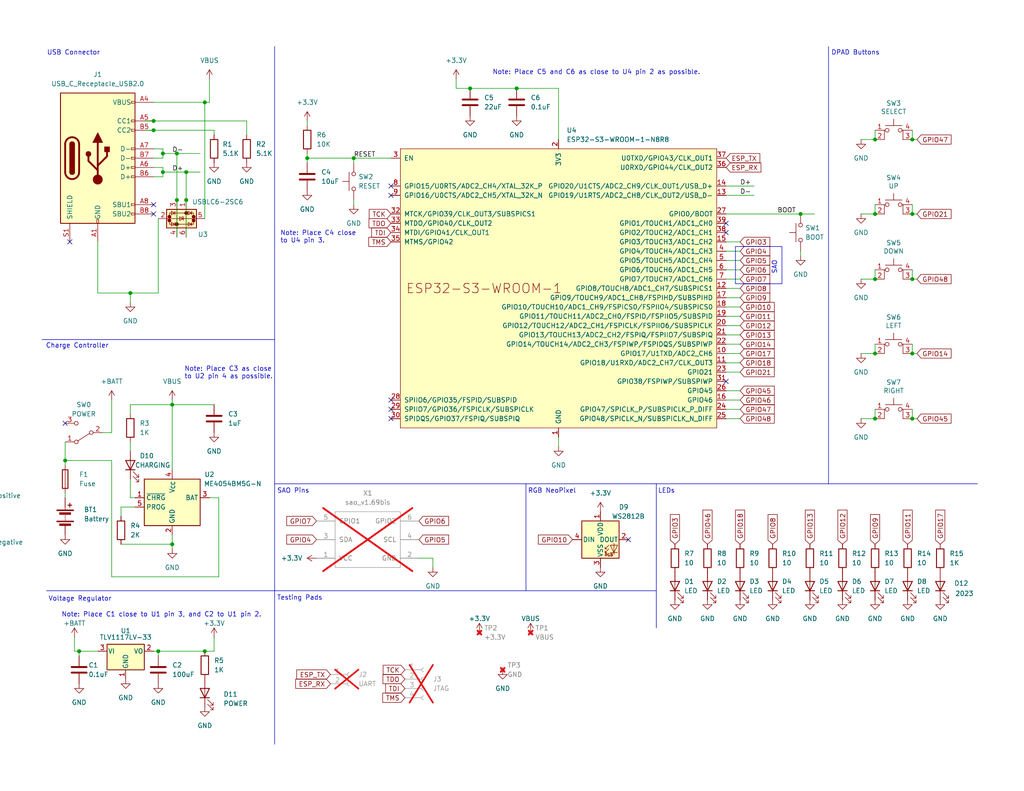
<source format=kicad_sch>
(kicad_sch (version 20231120) (generator "eeschema") (generator_version "8.0")
  (paper "USLetter")
  (title_block (title "OzSec 2024: Adventure Badge") (date "2024-05-02") (rev "1.1") (company "OzSecurity Foundation"))
  (junction (at 46.99 148.59))
  (junction (at 248.92 114.3))
  (junction (at 238.76 58.42))
  (junction (at 55.88 177.8))
  (junction (at 41.91 33.02))
  (junction (at 128.27 24.13))
  (junction (at 238.76 96.52))
  (junction (at 21.59 177.8))
  (junction (at 248.92 58.42))
  (junction (at 83.82 43.18))
  (junction (at 96.52 43.18))
  (junction (at 48.26 54.61))
  (junction (at 55.88 27.94))
  (junction (at 46.99 110.49))
  (junction (at 140.97 24.13))
  (junction (at 238.76 38.1))
  (junction (at 50.8 46.99))
  (junction (at 44.45 46.99))
  (junction (at 41.91 35.56))
  (junction (at 35.56 80.01))
  (junction (at 17.78 125.73))
  (junction (at 44.45 41.91))
  (junction (at 238.76 76.2))
  (junction (at 248.92 38.1))
  (junction (at 218.44 58.42))
  (junction (at 248.92 96.52))
  (junction (at 248.92 76.2))
  (junction (at 48.26 41.91))
  (junction (at 43.18 177.8))
  (junction (at 238.76 114.3))
  (junction (at 50.8 54.61))
  (no_connect (at 106.68 109.22))
  (no_connect (at 106.68 111.76))
  (no_connect (at 106.68 50.8))
  (no_connect (at 106.68 114.3))
  (no_connect (at 198.12 104.14))
  (no_connect (at 198.12 63.5))
  (no_connect (at 41.91 55.88))
  (no_connect (at 171.45 147.32))
  (no_connect (at 106.68 53.34))
  (no_connect (at 17.78 115.57))
  (no_connect (at 19.05 66.04))
  (no_connect (at 198.12 60.96))
  (no_connect (at 41.91 58.42))
  (wire (pts (xy 96.52 54.61) (xy 96.52 55.88)))
  (wire (pts (xy 35.56 80.01) (xy 26.67 80.01)))
  (polyline (pts (xy 11.43 92.71) (xy 74.93 92.71)))
  (wire (pts (xy 198.12 73.66) (xy 201.93 73.66)))
  (wire (pts (xy 238.76 55.88) (xy 238.76 58.42)))
  (wire (pts (xy 198.12 58.42) (xy 218.44 58.42)))
  (wire (pts (xy 83.82 41.91) (xy 83.82 43.18)))
  (wire (pts (xy 201.93 101.6) (xy 198.12 101.6)))
  (wire (pts (xy 35.56 135.89) (xy 36.83 135.89)))
  (wire (pts (xy 43.18 177.8) (xy 43.18 179.07)))
  (wire (pts (xy 43.18 177.8) (xy 55.88 177.8)))
  (wire (pts (xy 39.37 35.56) (xy 41.91 35.56)))
  (wire (pts (xy 35.56 80.01) (xy 43.18 80.01)))
  (polyline (pts (xy 74.93 132.08) (xy 177.8 132.08)))
  (wire (pts (xy 128.27 24.13) (xy 124.46 24.13)))
  (wire (pts (xy 33.02 138.43) (xy 33.02 140.97)))
  (wire (pts (xy 41.91 45.72) (xy 44.45 45.72)))
  (wire (pts (xy 198.12 71.12) (xy 201.93 71.12)))
  (wire (pts (xy 21.59 177.8) (xy 26.67 177.8)))
  (wire (pts (xy 198.12 114.3) (xy 201.93 114.3)))
  (polyline (pts (xy 74.93 12.7) (xy 74.93 92.71)))
  (wire (pts (xy 44.45 45.72) (xy 44.45 46.99)))
  (wire (pts (xy 198.12 86.36) (xy 201.93 86.36)))
  (wire (pts (xy 59.69 135.89) (xy 59.69 157.48)))
  (wire (pts (xy 55.88 177.8) (xy 58.42 177.8)))
  (wire (pts (xy 198.12 88.9) (xy 201.93 88.9)))
  (wire (pts (xy 198.12 76.2) (xy 201.93 76.2)))
  (wire (pts (xy 248.92 76.2) (xy 250.19 76.2)))
  (wire (pts (xy 198.12 78.74) (xy 201.93 78.74)))
  (wire (pts (xy 20.32 173.99) (xy 20.32 177.8)))
  (wire (pts (xy 118.11 152.4) (xy 118.11 154.94)))
  (wire (pts (xy 46.99 110.49) (xy 35.56 110.49)))
  (wire (pts (xy 33.02 148.59) (xy 46.99 148.59)))
  (wire (pts (xy 17.78 125.73) (xy 17.78 127)))
  (wire (pts (xy 35.56 110.49) (xy 35.56 113.03)))
  (wire (pts (xy 238.76 73.66) (xy 238.76 76.2)))
  (wire (pts (xy 48.26 41.91) (xy 54.61 41.91)))
  (wire (pts (xy 67.31 33.02) (xy 67.31 36.83)))
  (polyline (pts (xy 74.93 161.29) (xy 179.07 161.29)))
  (wire (pts (xy 46.99 110.49) (xy 58.42 110.49)))
  (polyline (pts (xy 143.51 132.08) (xy 143.51 161.29)))
  (wire (pts (xy 234.95 38.1) (xy 238.76 38.1)))
  (polyline (pts (xy 266.7 132.08) (xy 226.06 132.08)))
  (wire (pts (xy 21.59 177.8) (xy 20.32 177.8)))
  (wire (pts (xy 198.12 109.22) (xy 201.93 109.22)))
  (wire (pts (xy 248.92 93.98) (xy 248.92 96.52)))
  (polyline (pts (xy 179.07 132.08) (xy 179.07 161.29)))
  (wire (pts (xy 21.59 177.8) (xy 21.59 179.07)))
  (wire (pts (xy 48.26 54.61) (xy 48.26 64.77)))
  (wire (pts (xy 17.78 134.62) (xy 17.78 135.89)))
  (wire (pts (xy 114.3 152.4) (xy 118.11 152.4)))
  (wire (pts (xy 234.95 58.42) (xy 238.76 58.42)))
  (wire (pts (xy 198.12 53.34) (xy 205.74 53.34)))
  (polyline (pts (xy 74.93 92.71) (xy 74.93 161.29)))
  (wire (pts (xy 35.56 120.65) (xy 35.56 123.19)))
  (wire (pts (xy 198.12 81.28) (xy 201.93 81.28)))
  (wire (pts (xy 198.12 66.04) (xy 201.93 66.04)))
  (wire (pts (xy 39.37 33.02) (xy 41.91 33.02)))
  (wire (pts (xy 30.48 125.73) (xy 17.78 125.73)))
  (wire (pts (xy 50.8 54.61) (xy 50.8 64.77)))
  (wire (pts (xy 238.76 111.76) (xy 238.76 114.3)))
  (wire (pts (xy 26.67 80.01) (xy 26.67 66.04)))
  (wire (pts (xy 152.4 121.92) (xy 152.4 119.38)))
  (wire (pts (xy 55.88 27.94) (xy 57.15 27.94)))
  (wire (pts (xy 201.93 96.52) (xy 198.12 96.52)))
  (wire (pts (xy 44.45 43.18) (xy 41.91 43.18)))
  (wire (pts (xy 198.12 68.58) (xy 201.93 68.58)))
  (wire (pts (xy 17.78 120.65) (xy 17.78 125.73)))
  (wire (pts (xy 58.42 35.56) (xy 58.42 36.83)))
  (wire (pts (xy 44.45 41.91) (xy 48.26 41.91)))
  (wire (pts (xy 140.97 24.13) (xy 152.4 24.13)))
  (wire (pts (xy 238.76 93.98) (xy 238.76 96.52)))
  (wire (pts (xy 238.76 35.56) (xy 238.76 38.1)))
  (wire (pts (xy 250.19 38.1) (xy 248.92 38.1)))
  (wire (pts (xy 248.92 58.42) (xy 250.19 58.42)))
  (wire (pts (xy 41.91 40.64) (xy 44.45 40.64)))
  (wire (pts (xy 27.94 118.11) (xy 30.48 118.11)))
  (wire (pts (xy 48.26 41.91) (xy 48.26 54.61)))
  (wire (pts (xy 198.12 106.68) (xy 201.93 106.68)))
  (wire (pts (xy 41.91 33.02) (xy 67.31 33.02)))
  (polyline (pts (xy 226.06 12.7) (xy 226.06 132.08)))
  (wire (pts (xy 234.95 76.2) (xy 238.76 76.2)))
  (wire (pts (xy 201.93 91.44) (xy 198.12 91.44)))
  (wire (pts (xy 248.92 114.3) (xy 250.19 114.3)))
  (wire (pts (xy 96.52 43.18) (xy 106.68 43.18)))
  (wire (pts (xy 30.48 109.22) (xy 30.48 118.11)))
  (wire (pts (xy 83.82 43.18) (xy 83.82 44.45)))
  (wire (pts (xy 250.19 96.52) (xy 248.92 96.52)))
  (wire (pts (xy 44.45 40.64) (xy 44.45 41.91)))
  (wire (pts (xy 128.27 24.13) (xy 140.97 24.13)))
  (wire (pts (xy 218.44 58.42) (xy 222.25 58.42)))
  (wire (pts (xy 41.91 35.56) (xy 58.42 35.56)))
  (wire (pts (xy 248.92 111.76) (xy 248.92 114.3)))
  (wire (pts (xy 198.12 50.8) (xy 205.74 50.8)))
  (wire (pts (xy 83.82 34.29) (xy 83.82 33.02)))
  (wire (pts (xy 152.4 38.1) (xy 152.4 24.13)))
  (wire (pts (xy 96.52 43.18) (xy 96.52 44.45)))
  (wire (pts (xy 198.12 99.06) (xy 201.93 99.06)))
  (wire (pts (xy 44.45 41.91) (xy 44.45 43.18)))
  (wire (pts (xy 198.12 111.76) (xy 201.93 111.76)))
  (wire (pts (xy 50.8 46.99) (xy 54.61 46.99)))
  (wire (pts (xy 41.91 177.8) (xy 43.18 177.8)))
  (polyline (pts (xy 179.07 161.29) (xy 179.07 171.45)))
  (wire (pts (xy 50.8 46.99) (xy 50.8 54.61)))
  (wire (pts (xy 218.44 68.58) (xy 218.44 69.85)))
  (wire (pts (xy 41.91 48.26) (xy 44.45 48.26)))
  (wire (pts (xy 46.99 109.22) (xy 46.99 110.49)))
  (wire (pts (xy 36.83 138.43) (xy 33.02 138.43)))
  (wire (pts (xy 234.95 114.3) (xy 238.76 114.3)))
  (polyline (pts (xy 12.7 161.29) (xy 74.93 161.29)))
  (wire (pts (xy 124.46 21.59) (xy 124.46 24.13)))
  (wire (pts (xy 201.93 93.98) (xy 198.12 93.98)))
  (wire (pts (xy 234.95 96.52) (xy 238.76 96.52)))
  (wire (pts (xy 59.69 157.48) (xy 30.48 157.48)))
  (wire (pts (xy 46.99 110.49) (xy 46.99 128.27)))
  (wire (pts (xy 57.15 21.59) (xy 57.15 27.94)))
  (wire (pts (xy 43.18 59.69) (xy 43.18 80.01)))
  (wire (pts (xy 46.99 149.86) (xy 46.99 148.59)))
  (wire (pts (xy 248.92 55.88) (xy 248.92 58.42)))
  (polyline (pts (xy 74.93 161.29) (xy 74.93 203.2)))
  (wire (pts (xy 248.92 73.66) (xy 248.92 76.2)))
  (polyline (pts (xy 177.8 132.08) (xy 179.07 132.08)))
  (wire (pts (xy 83.82 43.18) (xy 96.52 43.18)))
  (wire (pts (xy 44.45 46.99) (xy 50.8 46.99)))
  (wire (pts (xy 198.12 83.82) (xy 201.93 83.82)))
  (wire (pts (xy 35.56 130.81) (xy 35.56 135.89)))
  (wire (pts (xy 57.15 135.89) (xy 59.69 135.89)))
  (wire (pts (xy 55.88 27.94) (xy 55.88 59.69)))
  (wire (pts (xy 248.92 35.56) (xy 248.92 38.1)))
  (wire (pts (xy 44.45 46.99) (xy 44.45 48.26)))
  (wire (pts (xy 35.56 82.55) (xy 35.56 80.01)))
  (polyline (pts (xy 226.06 132.08) (xy 179.07 132.08)))
  (wire (pts (xy 41.91 27.94) (xy 55.88 27.94)))
  (wire (pts (xy 30.48 157.48) (xy 30.48 125.73)))
  (wire (pts (xy 58.42 173.99) (xy 58.42 177.8)))
  (wire (pts (xy 46.99 148.59) (xy 46.99 146.05)))
  (rectangle (start 200.66 67.31) (end 213.36 77.47))
  (text "Testing Pads" (at 81.788 163.322 0) (effects (font (size 1.27 1.27))))
  (text "USB Connector" (at 20.066 14.478 0) (effects (font (size 1.27 1.27))))
  (text "Note: Place C5 and C6 as close to U4 pin 2 as possible." (at 134.366 19.812 0) (effects (font (size 1.27 1.27)) (justify left)))
  (text "DPAD Buttons" (at 233.426 14.478 0) (effects (font (size 1.27 1.27))))
  (text "Voltage Regulator" (at 21.844 163.576 0) (effects (font (size 1.27 1.27))))
  (text "SAO" (at 212.09 74.93 90) (effects (font (size 1.27 1.27)) (justify left bottom)))
  (text "Note: Place C3 as close\nto U2 pin 4 as possible." (at 50.292 101.854 0) (effects (font (size 1.27 1.27)) (justify left)))
  (text "Note: Place C4 close\nto U4 pin 3." (at 76.454 64.77 0) (effects (font (size 1.27 1.27)) (justify left)))
  (text "RGB NeoPixel" (at 150.622 134.112 0) (effects (font (size 1.27 1.27))))
  (text "SAO Pins" (at 80.01 134.112 0) (effects (font (size 1.27 1.27))))
  (text "Charge Controller" (at 21.082 94.488 0) (effects (font (size 1.27 1.27))))
  (text "Note: Place C1 close to U1 pin 3, and C2 to U1 pin 2." (at 16.764 167.894 0) (effects (font (size 1.27 1.27)) (justify left)))
  (text "LEDs" (at 181.864 134.112 0) (effects (font (size 1.27 1.27))))
  (label "D+" (at 46.99 46.99 0))
  (label "D-" (at 46.99 41.91 0))
  (label "BOOT" (at 212.09 58.42 0))
  (label "D-" (at 201.93 53.34 0))
  (label "D+" (at 201.93 50.8 0))
  (label "RESET" (at 96.52 43.18 0))
  (global_label "TDI" (shape input) (at 110.49 187.96 180) (property "Intersheetrefs" "${INTERSHEET_REFS}" (effects (hide yes))))
  (global_label "GPIO11" (shape input) (at 247.65 148.59 90) (property "Intersheetrefs" "${INTERSHEET_REFS}" (effects (hide yes))))
  (global_label "TCK" (shape input) (at 106.68 58.42 180) (property "Intersheetrefs" "${INTERSHEET_REFS}" (effects (hide yes))))
  (global_label "GPIO9" (shape input) (at 238.76 148.59 90) (property "Intersheetrefs" "${INTERSHEET_REFS}" (effects (hide yes))))
  (global_label "TDO" (shape input) (at 110.49 185.42 180) (property "Intersheetrefs" "${INTERSHEET_REFS}" (effects (hide yes))))
  (global_label "GPIO46" (shape input) (at 193.04 148.59 90) (property "Intersheetrefs" "${INTERSHEET_REFS}" (effects (hide yes))))
  (global_label "GPIO14" (shape input) (at 250.19 96.52 0) (property "Intersheetrefs" "${INTERSHEET_REFS}" (effects (hide yes))))
  (global_label "TMS" (shape input) (at 106.68 66.04 180) (property "Intersheetrefs" "${INTERSHEET_REFS}" (effects (hide yes))))
  (global_label "GPIO6" (shape input) (at 201.93 73.66 0) (property "Intersheetrefs" "${INTERSHEET_REFS}" (effects (hide yes))))
  (global_label "GPIO3" (shape input) (at 184.15 148.59 90) (property "Intersheetrefs" "${INTERSHEET_REFS}" (effects (hide yes))))
  (global_label "GPIO45" (shape input) (at 250.19 114.3 0) (property "Intersheetrefs" "${INTERSHEET_REFS}" (effects (hide yes))))
  (global_label "GPIO3" (shape input) (at 201.93 66.04 0) (property "Intersheetrefs" "${INTERSHEET_REFS}" (effects (hide yes))))
  (global_label "GPIO12" (shape input) (at 201.93 88.9 0) (property "Intersheetrefs" "${INTERSHEET_REFS}" (effects (hide yes))))
  (global_label "GPIO12" (shape input) (at 229.87 148.59 90) (property "Intersheetrefs" "${INTERSHEET_REFS}" (effects (hide yes))))
  (global_label "ESP_RX" (shape input) (at 90.17 186.69 180) (property "Intersheetrefs" "${INTERSHEET_REFS}" (effects (hide yes))))
  (global_label "GPIO10" (shape input) (at 201.93 83.82 0) (property "Intersheetrefs" "${INTERSHEET_REFS}" (effects (hide yes))))
  (global_label "ESP_TX" (shape input) (at 90.17 184.15 180) (property "Intersheetrefs" "${INTERSHEET_REFS}" (effects (hide yes))))
  (global_label "GPIO48" (shape input) (at 201.93 114.3 0) (property "Intersheetrefs" "${INTERSHEET_REFS}" (effects (hide yes))))
  (global_label "TCK" (shape input) (at 110.49 182.88 180) (property "Intersheetrefs" "${INTERSHEET_REFS}" (effects (hide yes))))
  (global_label "GPIO13" (shape input) (at 220.98 148.59 90) (property "Intersheetrefs" "${INTERSHEET_REFS}" (effects (hide yes))))
  (global_label "GPIO5" (shape input) (at 201.93 71.12 0) (property "Intersheetrefs" "${INTERSHEET_REFS}" (effects (hide yes))))
  (global_label "GPIO4" (shape input) (at 201.93 68.58 0) (property "Intersheetrefs" "${INTERSHEET_REFS}" (effects (hide yes))))
  (global_label "GPIO17" (shape input) (at 201.93 96.52 0) (property "Intersheetrefs" "${INTERSHEET_REFS}" (effects (hide yes))))
  (global_label "GPIO47" (shape input) (at 250.19 38.1 0) (property "Intersheetrefs" "${INTERSHEET_REFS}" (effects (hide yes))))
  (global_label "TDO" (shape input) (at 106.68 60.96 180) (property "Intersheetrefs" "${INTERSHEET_REFS}" (effects (hide yes))))
  (global_label "TDI" (shape input) (at 106.68 63.5 180) (property "Intersheetrefs" "${INTERSHEET_REFS}" (effects (hide yes))))
  (global_label "GPIO46" (shape input) (at 201.93 109.22 0) (property "Intersheetrefs" "${INTERSHEET_REFS}" (effects (hide yes))))
  (global_label "GPIO4" (shape input) (at 86.36 147.32 180) (property "Intersheetrefs" "${INTERSHEET_REFS}" (effects (hide yes))))
  (global_label "GPIO45" (shape input) (at 201.93 106.68 0) (property "Intersheetrefs" "${INTERSHEET_REFS}" (effects (hide yes))))
  (global_label "GPIO21" (shape input) (at 201.93 101.6 0) (property "Intersheetrefs" "${INTERSHEET_REFS}" (effects (hide yes))))
  (global_label "GPIO47" (shape input) (at 201.93 111.76 0) (property "Intersheetrefs" "${INTERSHEET_REFS}" (effects (hide yes))))
  (global_label "GPIO17" (shape input) (at 256.54 148.59 90) (property "Intersheetrefs" "${INTERSHEET_REFS}" (effects (hide yes))))
  (global_label "GPIO7" (shape input) (at 201.93 76.2 0) (property "Intersheetrefs" "${INTERSHEET_REFS}" (effects (hide yes))))
  (global_label "GPIO18" (shape input) (at 201.93 148.59 90) (property "Intersheetrefs" "${INTERSHEET_REFS}" (effects (hide yes))))
  (global_label "GPIO10" (shape input) (at 156.21 147.32 180) (property "Intersheetrefs" "${INTERSHEET_REFS}" (effects (hide yes))))
  (global_label "GPIO18" (shape input) (at 201.93 99.06 0) (property "Intersheetrefs" "${INTERSHEET_REFS}" (effects (hide yes))))
  (global_label "GPIO8" (shape input) (at 210.82 148.59 90) (property "Intersheetrefs" "${INTERSHEET_REFS}" (effects (hide yes))))
  (global_label "GPIO14" (shape input) (at 201.93 93.98 0) (property "Intersheetrefs" "${INTERSHEET_REFS}" (effects (hide yes))))
  (global_label "GPIO13" (shape input) (at 201.93 91.44 0) (property "Intersheetrefs" "${INTERSHEET_REFS}" (effects (hide yes))))
  (global_label "GPIO6" (shape input) (at 114.3 142.24 0) (property "Intersheetrefs" "${INTERSHEET_REFS}" (effects (hide yes))))
  (global_label "GPIO7" (shape input) (at 86.36 142.24 180) (property "Intersheetrefs" "${INTERSHEET_REFS}" (effects (hide yes))))
  (global_label "GPIO11" (shape input) (at 201.93 86.36 0) (property "Intersheetrefs" "${INTERSHEET_REFS}" (effects (hide yes))))
  (global_label "TMS" (shape input) (at 110.49 190.5 180) (property "Intersheetrefs" "${INTERSHEET_REFS}" (effects (hide yes))))
  (global_label "GPIO5" (shape input) (at 114.3 147.32 0) (property "Intersheetrefs" "${INTERSHEET_REFS}" (effects (hide yes))))
  (global_label "GPIO9" (shape input) (at 201.93 81.28 0) (property "Intersheetrefs" "${INTERSHEET_REFS}" (effects (hide yes))))
  (global_label "GPIO21" (shape input) (at 250.19 58.42 0) (property "Intersheetrefs" "${INTERSHEET_REFS}" (effects (hide yes))))
  (global_label "ESP_TX" (shape input) (at 198.12 43.18 0) (property "Intersheetrefs" "${INTERSHEET_REFS}" (effects (hide yes))))
  (global_label "ESP_RX" (shape input) (at 198.12 45.72 0) (property "Intersheetrefs" "${INTERSHEET_REFS}" (effects (hide yes))))
  (global_label "GPIO8" (shape input) (at 201.93 78.74 0) (property "Intersheetrefs" "${INTERSHEET_REFS}" (effects (hide yes))))
  (global_label "GPIO48" (shape input) (at 250.19 76.2 0) (property "Intersheetrefs" "${INTERSHEET_REFS}" (effects (hide yes))))
  (symbol (lib_name "GND_1") (lib_id "power:GND") (at 234.95 96.52 0) (unit 1)
    (property "Reference" "#PWR038" (effects (hide yes)))
    (property "Value" "GND" (at 234.95 101.6 0))
    (property "Description" "Power symbol creates a global label with name \"GND\" , ground" (effects (hide yes)))
  )
  (symbol (lib_name "GND_1") (lib_id "power:GND") (at 234.95 76.2 0) (unit 1)
    (property "Reference" "#PWR037" (effects (hide yes)))
    (property "Value" "GND" (at 234.95 81.28 0))
    (property "Description" "Power symbol creates a global label with name \"GND\" , ground" (effects (hide yes)))
  )
  (symbol (lib_id "Device:R") (at 33.02 144.78 0) (unit 1)
    (property "Reference" "R4" (at 35.56 143.51 0) (effects (justify left)))
    (property "Value" "2K" (at 35.56 146.05 0) (effects (justify left)))
    (property "Footprint" "Resistor_SMD:R_0805_2012Metric" (effects (hide yes)))
    (property "Datasheet" "https://wmsc.lcsc.com/wmsc/upload/file/pdf/v2/lcsc/2206010200_UNI-ROYAL-Uniroyal-Elec-0805W8F2001T5E_C17604.pdf" (effects (hide yes)))
    (property "Description" "Resistor SMD" (effects (hide yes)))
    (property "LCSC" "C17604" (effects (hide yes)))
    (property "Link" "https://jlcpcb.com/partdetail/18292-0805W8F2001T5E/C17604" (effects (hide yes)))
  )
  (symbol (lib_id "power:GND") (at 55.88 193.04 0) (unit 1)
    (property "Reference" "#PWR010" (effects (hide yes)))
    (property "Value" "GND" (at 55.88 198.12 0))
  )
  (symbol (lib_id "power:GND") (at 152.4 121.92 0) (unit 1)
    (property "Reference" "#PWR030" (effects (hide yes)))
    (property "Value" "GND" (at 152.4 127 0))
  )
  (symbol (lib_id "Device:LED") (at 184.15 160.02 90) (unit 1)
    (property "Reference" "D1" (at 186.69 158.75 90) (effects (justify right)))
    (property "Value" "LED" (at 186.69 161.29 90) (effects (justify right)))
    (property "Footprint" "LED_SMD:LED_0805_2012Metric_Pad1.15x1.40mm_HandSolder" (effects (hide yes)))
    (property "Datasheet" "https://wmsc.lcsc.com/wmsc/upload/file/pdf/v2/lcsc/2305091500_Hubei-KENTO-Elec-KT-0805W_C34499.pdf" (effects (hide yes)))
    (property "Description" "LED" (effects (hide yes)))
    (property "LCSC" "C34499" (effects (hide yes)))
    (property "Link" "https://jlcpcb.com/partdetail/Hubei_KentoElec-KT0805W/C34499" (effects (hide yes)))
  )
  (symbol (lib_id "PCM_Espressif:ESP32-S3-WROOM-1") (at 152.4 78.74 0) (unit 1)
    (property "Reference" "U4" (at 154.5941 35.56 0) (effects (justify left)))
    (property "Value" "ESP32-S3-WROOM-1-N8R8" (at 154.5941 38.1 0) (effects (justify left)))
    (property "Footprint" "PCM_Espressif:ESP32-S3-WROOM-1" (effects (hide yes)))
    (property "Datasheet" "https://wmsc.lcsc.com/wmsc/upload/file/pdf/v2/lcsc/2401301308_Espressif-Systems-ESP32-S3-WROOM-1-N8R8_C2913201.pdf" (effects (hide yes)))
    (property "Description" "ESP32-S3-WROOM-1" (effects (hide yes)))
    (property "LCSC" "C2913201" (effects (hide yes)))
    (property "Link" "https://jlcpcb.com/partdetail/3198299-ESP32_S3_WROOM_1N8R8/C2913201" (effects (hide yes)))
  )
  (symbol (lib_name "GND_1") (lib_id "power:GND") (at 234.95 38.1 0) (unit 1)
    (property "Reference" "#PWR035" (effects (hide yes)))
    (property "Value" "GND" (at 234.95 43.18 0))
    (property "Description" "Power symbol creates a global label with name \"GND\" , ground" (effects (hide yes)))
  )
  (symbol (lib_id "power:GND") (at 34.29 185.42 0) (unit 1)
    (property "Reference" "#PWR05" (effects (hide yes)))
    (property "Value" "GND" (at 34.29 190.5 0))
  )
  (symbol (lib_id "power:GND") (at 140.97 31.75 0) (unit 1)
    (property "Reference" "#PWR028" (effects (hide yes)))
    (property "Value" "GND" (at 140.97 36.83 0))
  )
  (symbol (lib_id "power:GND") (at 128.27 31.75 0) (unit 1)
    (property "Reference" "#PWR026" (effects (hide yes)))
    (property "Value" "GND" (at 128.27 36.83 0))
  )
  (symbol (lib_id "Device:C") (at 83.82 48.26 0) (unit 1)
    (property "Reference" "C4" (at 87.63 46.99 0) (effects (justify left)))
    (property "Value" "10uF" (at 87.63 49.53 0) (effects (justify left)))
    (property "Footprint" "Capacitor_SMD:C_0805_2012Metric" (effects (hide yes)))
    (property "Datasheet" "https://wmsc.lcsc.com/wmsc/upload/file/pdf/v2/lcsc/2304140030_Samsung-Electro-Mechanics-CL21A106KAYNNNE_C15850.pdf" (effects (hide yes)))
    (property "Description" "Capacitor SMD" (effects (hide yes)))
    (property "LCSC" "C15850" (effects (hide yes)))
    (property "Link" "https://jlcpcb.com/partdetail/16532-CL21A106KAYNNNE/C15850" (effects (hide yes)))
  )
  (symbol (lib_id "power:+3.3V") (at 124.46 21.59 0) (unit 1)
    (property "Reference" "#PWR024" (effects (hide yes)))
    (property "Value" "+3.3V" (at 124.46 16.51 0))
  )
  (symbol (lib_id "Device:R") (at 83.82 38.1 0) (unit 1)
    (property "Reference" "R6" (at 86.36 36.83 0) (effects (justify left)))
    (property "Value" "10K" (at 86.36 39.37 0) (effects (justify left)))
    (property "Footprint" "Resistor_SMD:R_0805_2012Metric" (effects (hide yes)))
    (property "Datasheet" "https://wmsc.lcsc.com/wmsc/upload/file/pdf/v2/lcsc/2206010216_UNI-ROYAL-Uniroyal-Elec-0805W8F1002T5E_C17414.pdf" (effects (hide yes)))
    (property "Description" "Resistor SMD" (effects (hide yes)))
    (property "LCSC" "C17414" (effects (hide yes)))
    (property "Link" "https://jlcpcb.com/partdetail/18102-0805W8F1002T5E/C17414" (effects (hide yes)))
  )
  (symbol (lib_id "power:GND") (at 193.04 163.83 0) (unit 1)
    (property "Reference" "#PWR019" (effects (hide yes)))
    (property "Value" "GND" (at 193.04 168.91 0))
  )
  (symbol (lib_id "power:GND") (at 163.83 154.94 0) (unit 1)
    (property "Reference" "#PWR032" (effects (hide yes)))
    (property "Value" "GND" (at 163.83 160.02 0))
  )
  (symbol (lib_id "Switch:SW_SPDT") (at 22.86 118.11 180) (unit 1)
    (property "Reference" "SW0" (at 22.86 110.49 0))
    (property "Value" "POWER" (at 22.86 113.03 0))
    (property "Footprint" "Button_Switch_SMD:SW_SPDT_PCM12" (effects (hide yes)))
    (property "Datasheet" "https://wmsc.lcsc.com/wmsc/upload/file/pdf/v2/lcsc/1912111437_SHOU-HAN-MSK12C02-HB_C431541.pdf" (effects (hide yes)))
    (property "Description" "Power switch" (effects (hide yes)))
    (property "LCSC" "C431541" (effects (hide yes)))
    (property "Link" "https://jlcpcb.com/partdetail/ShouHan-MSK12C02HB/C431541" (effects (hide yes)))
  )
  (symbol (lib_id "Battery_Management:LTC4054ES5-4.2") (at 46.99 135.89 0) (unit 1)
    (property "Reference" "U2" (at 57.15 129.54 0))
    (property "Value" "ME4054BM5G-N" (at 63.5 132.08 0))
    (property "Footprint" "Package_TO_SOT_SMD:TSOT-23-5" (effects (hide yes)))
    (property "Datasheet" "https://wmsc.lcsc.com/wmsc/upload/file/pdf/v2/lcsc/2401181411_MICRONE-Nanjing-Micro-One-Elec-ME4054BM5G-N_C478383.pdf" (effects (hide yes)))
    (property "Description" "Battery charge controller" (effects (hide yes)))
    (property "LCSC" "C478383" (effects (hide yes)))
    (property "Link" "https://jlcpcb.com/partdetail/485645-ME4054BM5GN/C478383" (effects (hide yes)))
  )
  (symbol (lib_id "power:GND") (at 210.82 163.83 0) (unit 1)
    (property "Reference" "#PWR022" (effects (hide yes)))
    (property "Value" "GND" (at 210.82 168.91 0))
  )
  (symbol (lib_id "Device:LED") (at 238.76 160.02 90) (unit 1)
    (property "Reference" "D7" (at 241.3 158.75 90) (effects (justify right)))
    (property "Value" "LED" (at 241.3 161.29 90) (effects (justify right)))
    (property "Footprint" "LED_SMD:LED_0805_2012Metric_Pad1.15x1.40mm_HandSolder" (effects (hide yes)))
    (property "Datasheet" "https://wmsc.lcsc.com/wmsc/upload/file/pdf/v2/lcsc/2305091500_Hubei-KENTO-Elec-KT-0805W_C34499.pdf" (effects (hide yes)))
    (property "Description" "LED" (effects (hide yes)))
    (property "LCSC" "C34499" (effects (hide yes)))
    (property "Link" "https://jlcpcb.com/partdetail/Hubei_KentoElec-KT0805W/C34499" (effects (hide yes)))
  )
  (symbol (lib_id "Switch:SW_Push") (at 218.44 63.5 90) (unit 1)
    (property "Reference" "SW1" (at 219.71 62.23 90) (effects (justify right)))
    (property "Value" "BOOT" (at 219.71 64.77 90) (effects (justify right)))
    (property "Footprint" "Button_Switch_SMD:SW_Push_1P1T_XKB_TS-1187A" (effects (hide yes)))
    (property "Datasheet" "https://wmsc.lcsc.com/wmsc/upload/file/pdf/v2/lcsc/2304140030_XKB-Connection-TS-1187A-B-A-B_C318884.pdf" (effects (hide yes)))
    (property "Description" "SMD Button" (effects (hide yes)))
    (property "LCSC" "C318884" (effects (hide yes)))
    (property "Link" "https://jlcpcb.com/partdetail/XkbConnection-TS_1187A_B_AB/C318884" (effects (hide yes)))
  )
  (symbol (lib_id "Connector:USB_C_Receptacle_USB2.0") (at 26.67 43.18 0) (unit 1)
    (property "Reference" "J1" (at 26.67 20.32 0))
    (property "Value" "USB_C_Receptacle_USB2.0" (at 26.67 22.86 0))
    (property "Footprint" "Connector_USB:USB_C_Receptacle_G-Switch_GT-USB-7010ASV" (effects (hide yes)))
    (property "Datasheet" "https://wmsc.lcsc.com/wmsc/upload/file/pdf/v2/lcsc/2303271630_G-Switch-GT-USB-7010ASV_C2988369.pdf" (effects (hide yes)))
    (property "Description" "USB Type-C connector" (effects (hide yes)))
    (property "LCSC" "C2988369" (effects (hide yes)))
    (property "Link" "https://jlcpcb.com/partdetail/gswitch-GT_USB7010ASV/C2988369" (effects (hide yes)))
  )
  (symbol (lib_id "Device:Battery") (at 17.78 140.97 0) (unit 1)
    (property "Reference" "BT1" (at 22.86 139.1285 0) (effects (justify left)))
    (property "Value" "Battery" (at 22.86 141.6685 0) (effects (justify left)))
    (property "Footprint" "ozsec-custom:MY-AA-04_Silkscreen_Only" (effects (hide yes)))
    (property "Datasheet" "https://wmsc.lcsc.com/wmsc/upload/file/pdf/v2/lcsc/2203021630_MYOUNG-MY-AA-04_C2979179.pdf" (effects (hide yes)))
    (property "Description" "SMD Battery clips for AA battery." (effects (hide yes)))
    (property "LCSC" "C2979179" (effects (hide yes)))
    (property "Link" "https://jlcpcb.com/partdetail/Myoung-MY_AA04/C2979179" (effects (hide yes)))
  )
  (symbol (lib_id "Connector:TestPoint_Small") (at 137.16 182.88 0) (unit 1) (dnp yes)
    (property "Reference" "TP3" (at 138.43 181.6099 0) (effects (justify left)))
    (property "Value" "GND" (at 138.43 184.1499 0) (effects (justify left)))
    (property "Footprint" "TestPoint:TestPoint_Pad_1.5x1.5mm" (effects (hide yes)))
    (property "Description" "test point" (effects (hide yes)))
  )
  (symbol (lib_id "Device:C") (at 58.42 114.3 0) (unit 1)
    (property "Reference" "C3" (at 62.23 113.03 0) (effects (justify left)))
    (property "Value" "1uF" (at 62.23 115.57 0) (effects (justify left)))
    (property "Footprint" "Capacitor_SMD:C_0402_1005Metric" (effects (hide yes)))
    (property "Datasheet" "https://wmsc.lcsc.com/wmsc/upload/file/pdf/v2/lcsc/2304140030_Samsung-Electro-Mechanics-CL05A105KA5NQNC_C52923.pdf" (effects (hide yes)))
    (property "Description" "Capacitor SMD" (effects (hide yes)))
    (property "LCSC" "C52923" (effects (hide yes)))
    (property "Link" "https://jlcpcb.com/partdetail/53938-CL05A105KA5NQNC/C52923" (effects (hide yes)))
  )
  (symbol (lib_id "power:GND") (at 83.82 52.07 0) (unit 1)
    (property "Reference" "#PWR018" (effects (hide yes)))
    (property "Value" "GND" (at 83.82 57.15 0))
  )
  (symbol (lib_id "LED:WS2812B") (at 163.83 147.32 0) (unit 1)
    (property "Reference" "D9" (at 170.18 138.43 0))
    (property "Value" "WS2812B" (at 171.45 140.97 0))
    (property "Footprint" "LED_SMD:LED_WS2812B_PLCC4_5.0x5.0mm_P3.2mm" (effects (hide yes)))
    (property "Datasheet" "https://wmsc.lcsc.com/wmsc/upload/file/pdf/v2/lcsc/2402181506_XINGLIGHT-XL-5050RGBC-WS2812B_C2843785.pdf" (effects (hide yes)))
    (property "Description" "NeoPixel RGB LED" (effects (hide yes)))
    (property "LCSC" "C2843785" (effects (hide yes)))
    (property "Link" "https://jlcpcb.com/partdetail/Xinglight-XL_5050RGBCWS2812B/C2843785" (effects (hide yes)))
  )
  (symbol (lib_id "Device:LED") (at 220.98 160.02 90) (unit 1)
    (property "Reference" "D5" (at 223.52 158.75 90) (effects (justify right)))
    (property "Value" "LED" (at 223.52 161.29 90) (effects (justify right)))
    (property "Footprint" "LED_SMD:LED_0805_2012Metric_Pad1.15x1.40mm_HandSolder" (effects (hide yes)))
    (property "Datasheet" "https://wmsc.lcsc.com/wmsc/upload/file/pdf/v2/lcsc/2305091500_Hubei-KENTO-Elec-KT-0805W_C34499.pdf" (effects (hide yes)))
    (property "Description" "LED" (effects (hide yes)))
    (property "LCSC" "C34499" (effects (hide yes)))
    (property "Link" "https://jlcpcb.com/partdetail/Hubei_KentoElec-KT0805W/C34499" (effects (hide yes)))
  )
  (symbol (lib_id "power:GND") (at 201.93 163.83 0) (unit 1)
    (property "Reference" "#PWR021" (effects (hide yes)))
    (property "Value" "GND" (at 201.93 168.91 0))
  )
  (symbol (lib_id "Device:LED") (at 55.88 189.23 90) (unit 1)
    (property "Reference" "D11" (at 60.96 189.5475 90) (effects (justify right)))
    (property "Value" "POWER" (at 60.96 192.0875 90) (effects (justify right)))
    (property "Footprint" "LED_SMD:LED_0805_2012Metric_Pad1.15x1.40mm_HandSolder" (effects (hide yes)))
    (property "Datasheet" "https://wmsc.lcsc.com/wmsc/upload/file/pdf/v2/lcsc/1806151820_Hubei-KENTO-Elec-KT-0805G_C2297.pdf" (effects (hide yes)))
    (property "Description" "LED Green" (effects (hide yes)))
    (property "LCSC" "C2297" (effects (hide yes)))
    (property "Link" "https://jlcpcb.com/partdetail/Hubei_KentoElec-KT0805G/C2297" (effects (hide yes)))
  )
  (symbol (lib_id "Device:Fuse") (at 17.78 130.81 0) (unit 1)
    (property "Reference" "F1" (at 21.59 129.54 0) (effects (justify left)))
    (property "Value" "Fuse" (at 21.59 132.08 0) (effects (justify left)))
    (property "Footprint" "Fuse:Fuse_1206_3216Metric" (effects (hide yes)))
    (property "Datasheet" "https://wmsc.lcsc.com/wmsc/upload/file/pdf/v2/lcsc/1810101859_TLC-Electronic-TLC-NSMD200_C261957.pdf" (effects (hide yes)))
    (property "Description" "Fuse" (effects (hide yes)))
    (property "LCSC" "C261957" (effects (hide yes)))
    (property "Link" "https://jlcpcb.com/partdetail/TlcElectronic-TLCNSMD200/C261957" (effects (hide yes)))
  )
  (symbol (lib_id "Switch:SW_MEC_5E") (at 243.84 76.2 0) (unit 1)
    (property "Reference" "SW5" (at 243.84 66.294 0))
    (property "Value" "DOWN" (at 243.84 68.58 0))
    (property "Footprint" "ozsec-custom:SW_SMD_TSC015XXXXXXX" (effects (hide yes)))
    (property "Datasheet" "https://wmsc.lcsc.com/wmsc/upload/file/pdf/v2/lcsc/2108261830_BZCN-TSC015A03526A_C2888900.pdf" (effects (hide yes)))
    (property "Description" "SMD Button" (effects (hide yes)))
    (property "LCSC" "C2888900" (effects (hide yes)))
    (property "Link" "https://jlcpcb.com/partdetail/Bzcn-TSC015A03526A/C2888900" (effects (hide yes)))
  )
  (symbol (lib_id "Device:R") (at 238.76 152.4 0) (unit 1)
    (property "Reference" "R13" (at 241.3 151.1299 0) (effects (justify left)))
    (property "Value" "10" (at 241.3 153.6699 0) (effects (justify left)))
    (property "Footprint" "Resistor_SMD:R_0805_2012Metric" (effects (hide yes)))
    (property "Datasheet" "https://wmsc.lcsc.com/wmsc/upload/file/pdf/v2/lcsc/2206010216_UNI-ROYAL-Uniroyal-Elec-0805W8F100JT5E_C17415.pdf" (effects (hide yes)))
    (property "Description" "Resistor" (effects (hide yes)))
    (property "Link" "https://jlcpcb.com/partdetail/18103-0805W8F100JT5E/C17415" (effects (hide yes)))
    (property "LCSC" "C17415" (effects (hide yes)))
  )
  (symbol (lib_id "Device:R") (at 67.31 40.64 0) (unit 1)
    (property "Reference" "R2" (at 69.85 39.37 0) (effects (justify left)))
    (property "Value" "5.1K" (at 69.85 41.91 0) (effects (justify left)))
    (property "Footprint" "Resistor_SMD:R_0805_2012Metric" (effects (hide yes)))
    (property "Datasheet" "https://wmsc.lcsc.com/wmsc/upload/file/pdf/v2/lcsc/2206010030_UNI-ROYAL-Uniroyal-Elec-0805W8F5101T5E_C27834.pdf" (effects (hide yes)))
    (property "Description" "Resistor SMD" (effects (hide yes)))
    (property "LCSC" "C27834" (effects (hide yes)))
    (property "Link" "https://jlcpcb.com/partdetail/28584-0805W8F5101T5E/C27834" (effects (hide yes)))
  )
  (symbol (lib_id "power:GND") (at 256.54 163.83 0) (unit 1)
    (property "Reference" "#PWR041" (effects (hide yes)))
    (property "Value" "GND" (at 256.54 168.91 0))
  )
  (symbol (lib_id "Device:C") (at 43.18 182.88 0) (unit 1)
    (property "Reference" "C2" (at 46.99 181.61 0) (effects (justify left)))
    (property "Value" "100uF" (at 46.99 184.15 0) (effects (justify left)))
    (property "Footprint" "Capacitor_SMD:C_1206_3216Metric" (effects (hide yes)))
    (property "Datasheet" "https://wmsc.lcsc.com/wmsc/upload/file/pdf/v2/lcsc/2304140030_Samsung-Electro-Mechanics-CL31A107MQHNNNE_C15008.pdf" (effects (hide yes)))
    (property "Description" "Capacitor SMD" (effects (hide yes)))
    (property "LCSC" "C15008" (effects (hide yes)))
    (property "Link" "https://jlcpcb.com/partdetail/15681-CL31A107MQHNNNE/C15008" (effects (hide yes)))
  )
  (symbol (lib_id "Device:R") (at 35.56 116.84 0) (unit 1)
    (property "Reference" "R3" (at 38.1 115.5699 0) (effects (justify left)))
    (property "Value" "1K" (at 38.1 118.1099 0) (effects (justify left)))
    (property "Footprint" "Resistor_SMD:R_0805_2012Metric_Pad1.20x1.40mm_HandSolder" (effects (hide yes)))
    (property "Datasheet" "https://wmsc.lcsc.com/wmsc/upload/file/pdf/v2/lcsc/2205311800_UNI-ROYAL-Uniroyal-Elec-0805W8F1001T5E_C17513.pdf" (effects (hide yes)))
    (property "Description" "Resistor" (effects (hide yes)))
    (property "Link" "https://jlcpcb.com/partdetail/18201-0805W8F1001T5E/C17513" (effects (hide yes)))
    (property "LCSC" "C17513" (effects (hide yes)))
  )
  (symbol (lib_id "Device:C") (at 140.97 27.94 0) (unit 1)
    (property "Reference" "C6" (at 144.78 26.67 0) (effects (justify left)))
    (property "Value" "0.1uF" (at 144.78 29.21 0) (effects (justify left)))
    (property "Footprint" "Capacitor_SMD:C_0402_1005Metric" (effects (hide yes)))
    (property "Datasheet" "https://wmsc.lcsc.com/wmsc/upload/file/pdf/v2/lcsc/2304140030_Samsung-Electro-Mechanics-CL05B104KO5NNNC_C1525.pdf" (effects (hide yes)))
    (property "Description" "Capacitor SMD" (effects (hide yes)))
    (property "LCSC" "C1525" (effects (hide yes)))
    (property "Link" "https://jlcpcb.com/partdetail/1877-CL05B104KO5NNNC/C1525" (effects (hide yes)))
  )
  (symbol (lib_id "power:GND") (at 184.15 163.83 0) (unit 1)
    (property "Reference" "#PWR016" (effects (hide yes)))
    (property "Value" "GND" (at 184.15 168.91 0))
  )
  (symbol (lib_id "Device:R") (at 193.04 152.4 0) (unit 1)
    (property "Reference" "R8" (at 195.58 151.1299 0) (effects (justify left)))
    (property "Value" "10" (at 195.58 153.6699 0) (effects (justify left)))
    (property "Footprint" "Resistor_SMD:R_0805_2012Metric" (effects (hide yes)))
    (property "Datasheet" "https://wmsc.lcsc.com/wmsc/upload/file/pdf/v2/lcsc/2206010216_UNI-ROYAL-Uniroyal-Elec-0805W8F100JT5E_C17415.pdf" (effects (hide yes)))
    (property "Description" "Resistor" (effects (hide yes)))
    (property "Link" "https://jlcpcb.com/partdetail/18103-0805W8F100JT5E/C17415" (effects (hide yes)))
    (property "LCSC" "C17415" (effects (hide yes)))
  )
  (symbol (lib_id "Power_Protection:USBLC6-2SC6") (at 50.8 59.69 270) (unit 1)
    (property "Reference" "U3" (at 55.372 64.008 90))
    (property "Value" "USBLC6-2SC6" (at 59.436 55.118 90))
    (property "Footprint" "Package_TO_SOT_SMD:SOT-23-6" (effects (hide yes)))
    (property "Datasheet" "https://wmsc.lcsc.com/wmsc/upload/file/pdf/v2/lcsc/2108132230_TECH-PUBLIC-USBLC6-2SC6_C2827654.pdf" (effects (hide yes)))
    (property "Description" "ESD protection for USB power and data." (effects (hide yes)))
    (property "LCSC" "C2827654" (effects (hide yes)))
    (property "Link" "https://jlcpcb.com/partdetail/TechPublic-USBLC62SC6/C2827654" (effects (hide yes)))
  )
  (symbol (lib_id "Switch:SW_MEC_5E") (at 243.84 96.52 0) (unit 1)
    (property "Reference" "SW6" (at 243.84 86.614 0))
    (property "Value" "LEFT" (at 243.84 88.9 0))
    (property "Footprint" "ozsec-custom:SW_SMD_TSC015XXXXXXX" (effects (hide yes)))
    (property "Datasheet" "https://wmsc.lcsc.com/wmsc/upload/file/pdf/v2/lcsc/2108261830_BZCN-TSC015A03526A_C2888900.pdf" (effects (hide yes)))
    (property "Description" "SMD Button" (effects (hide yes)))
    (property "LCSC" "C2888900" (effects (hide yes)))
    (property "Link" "https://jlcpcb.com/partdetail/Bzcn-TSC015A03526A/C2888900" (effects (hide yes)))
  )
  (symbol (lib_id "Connector:Conn_01x04_Socket") (at 115.57 185.42 0) (unit 1) (dnp yes)
    (property "Reference" "J3" (at 118.11 185.4199 0) (effects (justify left)))
    (property "Value" "JTAG" (at 118.11 187.9599 0) (effects (justify left)))
    (property "Footprint" "Connector_PinHeader_2.54mm:PinHeader_1x04_P2.54mm_Vertical" (effects (hide yes)))
    (property "Description" "Generic connector, single row, 01x04, script generated" (effects (hide yes)))
  )
  (symbol (lib_id "Device:Battery") (at -19.05 134.62 0) (unit 1)
    (property "Reference" "BT3" (at -13.97 132.7785 0) (effects (justify left)))
    (property "Value" "Battery clip positive" (at -13.97 135.3185 0) (effects (justify left)))
    (property "Footprint" "ozsec-custom:MY-AA-04_Positive" (effects (hide yes)))
    (property "Datasheet" "https://wmsc.lcsc.com/wmsc/upload/file/pdf/v2/lcsc/2203021630_MYOUNG-MY-AA-04_C2979179.pdf" (effects (hide yes)))
    (property "Description" "SMD Battery clips for AA battery." (effects (hide yes)))
    (property "LCSC" "C2979179" (effects (hide yes)))
    (property "Link" "https://jlcpcb.com/partdetail/Myoung-MY_AA04/C2979179" (effects (hide yes)))
  )
  (symbol (lib_id "Device:LED") (at 210.82 160.02 90) (unit 1)
    (property "Reference" "D4" (at 213.36 158.75 90) (effects (justify right)))
    (property "Value" "LED" (at 213.36 161.29 90) (effects (justify right)))
    (property "Footprint" "LED_SMD:LED_0805_2012Metric_Pad1.15x1.40mm_HandSolder" (effects (hide yes)))
    (property "Datasheet" "https://wmsc.lcsc.com/wmsc/upload/file/pdf/v2/lcsc/2305091500_Hubei-KENTO-Elec-KT-0805W_C34499.pdf" (effects (hide yes)))
    (property "Description" "LED" (effects (hide yes)))
    (property "LCSC" "C34499" (effects (hide yes)))
    (property "Link" "https://jlcpcb.com/partdetail/Hubei_KentoElec-KT0805W/C34499" (effects (hide yes)))
  )
  (symbol (lib_id "Connector:TestPoint_Small") (at 144.78 172.72 0) (unit 1) (dnp yes)
    (property "Reference" "TP1" (at 146.05 171.4499 0) (effects (justify left)))
    (property "Value" "VBUS" (at 146.05 173.9899 0) (effects (justify left)))
    (property "Footprint" "TestPoint:TestPoint_Pad_D1.5mm" (effects (hide yes)))
    (property "Description" "test point" (effects (hide yes)))
  )
  (symbol (lib_name "GND_1") (lib_id "power:GND") (at 234.95 114.3 0) (unit 1)
    (property "Reference" "#PWR039" (effects (hide yes)))
    (property "Value" "GND" (at 234.95 119.38 0))
    (property "Description" "Power symbol creates a global label with name \"GND\" , ground" (effects (hide yes)))
  )
  (symbol (lib_id "Connector:TestPoint_Small") (at 130.81 172.72 0) (unit 1) (dnp yes)
    (property "Reference" "TP2" (at 132.08 171.4499 0) (effects (justify left)))
    (property "Value" "+3.3V" (at 132.08 173.9899 0) (effects (justify left)))
    (property "Footprint" "TestPoint:TestPoint_Pad_D1.5mm" (effects (hide yes)))
    (property "Description" "test point" (effects (hide yes)))
  )
  (symbol (lib_id "Device:R") (at 210.82 152.4 0) (unit 1)
    (property "Reference" "R10" (at 213.36 151.1299 0) (effects (justify left)))
    (property "Value" "10" (at 213.36 153.6699 0) (effects (justify left)))
    (property "Footprint" "Resistor_SMD:R_0805_2012Metric" (effects (hide yes)))
    (property "Datasheet" "https://wmsc.lcsc.com/wmsc/upload/file/pdf/v2/lcsc/2206010216_UNI-ROYAL-Uniroyal-Elec-0805W8F100JT5E_C17415.pdf" (effects (hide yes)))
    (property "Description" "Resistor" (effects (hide yes)))
    (property "Link" "https://jlcpcb.com/partdetail/18103-0805W8F100JT5E/C17415" (effects (hide yes)))
    (property "LCSC" "C17415" (effects (hide yes)))
  )
  (symbol (lib_id "Device:LED") (at 201.93 160.02 90) (unit 1)
    (property "Reference" "D3" (at 204.47 158.75 90) (effects (justify right)))
    (property "Value" "LED" (at 204.47 161.29 90) (effects (justify right)))
    (property "Footprint" "LED_SMD:LED_0805_2012Metric_Pad1.15x1.40mm_HandSolder" (effects (hide yes)))
    (property "Datasheet" "https://wmsc.lcsc.com/wmsc/upload/file/pdf/v2/lcsc/2305091500_Hubei-KENTO-Elec-KT-0805W_C34499.pdf" (effects (hide yes)))
    (property "Description" "LED" (effects (hide yes)))
    (property "LCSC" "C34499" (effects (hide yes)))
    (property "Link" "https://jlcpcb.com/partdetail/Hubei_KentoElec-KT0805W/C34499" (effects (hide yes)))
  )
  (symbol (lib_id "Device:R") (at 58.42 40.64 180) (unit 1)
    (property "Reference" "R1" (at 60.706 39.37 0) (effects (justify right)))
    (property "Value" "5.1K" (at 60.706 41.91 0) (effects (justify right)))
    (property "Footprint" "Resistor_SMD:R_0805_2012Metric" (effects (hide yes)))
    (property "Datasheet" "https://wmsc.lcsc.com/wmsc/upload/file/pdf/v2/lcsc/2206010030_UNI-ROYAL-Uniroyal-Elec-0805W8F5101T5E_C27834.pdf" (effects (hide yes)))
    (property "Description" "Resistor SMD" (effects (hide yes)))
    (property "LCSC" "C27834" (effects (hide yes)))
    (property "Link" "https://jlcpcb.com/partdetail/28584-0805W8F5101T5E/C27834" (effects (hide yes)))
  )
  (symbol (lib_id "Device:R") (at 247.65 152.4 0) (unit 1)
    (property "Reference" "R14" (at 250.19 151.1299 0) (effects (justify left)))
    (property "Value" "10" (at 250.19 153.6699 0) (effects (justify left)))
    (property "Footprint" "Resistor_SMD:R_0805_2012Metric" (effects (hide yes)))
    (property "Datasheet" "https://wmsc.lcsc.com/wmsc/upload/file/pdf/v2/lcsc/2206010216_UNI-ROYAL-Uniroyal-Elec-0805W8F100JT5E_C17415.pdf" (effects (hide yes)))
    (property "Description" "Resistor" (effects (hide yes)))
    (property "Link" "https://jlcpcb.com/partdetail/18103-0805W8F100JT5E/C17415" (effects (hide yes)))
    (property "LCSC" "C17415" (effects (hide yes)))
  )
  (symbol (lib_id "power:GND") (at 218.44 69.85 0) (unit 1)
    (property "Reference" "#PWR033" (effects (hide yes)))
    (property "Value" "GND" (at 218.44 74.93 0))
  )
  (symbol (lib_id "Device:C") (at 128.27 27.94 0) (unit 1)
    (property "Reference" "C5" (at 132.08 26.67 0) (effects (justify left)))
    (property "Value" "22uF" (at 132.08 29.21 0) (effects (justify left)))
    (property "Footprint" "Capacitor_SMD:C_0805_2012Metric" (effects (hide yes)))
    (property "Datasheet" "https://wmsc.lcsc.com/wmsc/upload/file/pdf/v2/lcsc/2304140030_Samsung-Electro-Mechanics-CL21A226MAQNNNE_C45783.pdf" (effects (hide yes)))
    (property "Description" "Capacitor SMD" (effects (hide yes)))
    (property "LCSC" "C45783" (effects (hide yes)))
    (property "Link" "https://jlcpcb.com/partdetail/46786-CL21A226MAQNNNE/C45783" (effects (hide yes)))
  )
  (symbol (lib_id "power:GND") (at 67.31 44.45 0) (unit 1)
    (property "Reference" "#PWR015" (effects (hide yes)))
    (property "Value" "GND" (at 67.31 49.53 0))
  )
  (symbol (lib_id "power:GND") (at 238.76 163.83 0) (unit 1)
    (property "Reference" "#PWR027" (effects (hide yes)))
    (property "Value" "GND" (at 238.76 168.91 0))
  )
  (symbol (lib_id "power:+3.3V") (at 130.81 172.72 0) (unit 1)
    (property "Reference" "#PWR048" (effects (hide yes)))
    (property "Value" "+3.3V" (at 130.81 168.91 0))
  )
  (symbol (lib_id "Device:LED") (at 35.56 127 90) (unit 1)
    (property "Reference" "D10" (at 38.1 124.46 90) (effects (justify right)))
    (property "Value" "CHARGING" (at 36.83 127 90) (effects (justify right)))
    (property "Footprint" "LED_SMD:LED_0805_2012Metric_Pad1.15x1.40mm_HandSolder" (effects (hide yes)))
    (property "Datasheet" "https://wmsc.lcsc.com/wmsc/upload/file/pdf/v2/lcsc/1806151129_Hubei-KENTO-Elec-KT-0805Y_C2296.pdf" (effects (hide yes)))
    (property "Description" "LED Yellow" (effects (hide yes)))
    (property "LCSC" "C2296" (effects (hide yes)))
    (property "Link" "https://wmsc.lcsc.com/wmsc/upload/file/pdf/v2/lcsc/1806151129_Hubei-KENTO-Elec-KT-0805Y_C2296.pdf" (effects (hide yes)))
  )
  (symbol (lib_id "power:+BATT") (at 30.48 109.22 0) (unit 1)
    (property "Reference" "#PWR04" (effects (hide yes)))
    (property "Value" "+BATT" (at 30.48 104.14 0))
  )
  (symbol (lib_id "power:GND") (at 35.56 82.55 0) (unit 1)
    (property "Reference" "#PWR06" (effects (hide yes)))
    (property "Value" "GND" (at 35.56 87.63 0))
  )
  (symbol (lib_id "power:+3.3V") (at 163.83 139.7 0) (unit 1)
    (property "Reference" "#PWR031" (effects (hide yes)))
    (property "Value" "+3.3V" (at 163.83 134.62 0))
  )
  (symbol (lib_id "power:GND") (at 43.18 186.69 0) (unit 1)
    (property "Reference" "#PWR07" (effects (hide yes)))
    (property "Value" "GND" (at 43.18 191.77 0))
  )
  (symbol (lib_id "Device:R") (at 256.54 152.4 0) (unit 1)
    (property "Reference" "R15" (at 259.08 151.1299 0) (effects (justify left)))
    (property "Value" "1K" (at 259.08 153.6699 0) (effects (justify left)))
    (property "Footprint" "Resistor_SMD:R_0805_2012Metric_Pad1.20x1.40mm_HandSolder" (effects (hide yes)))
    (property "Datasheet" "https://wmsc.lcsc.com/wmsc/upload/file/pdf/v2/lcsc/2205311800_UNI-ROYAL-Uniroyal-Elec-0805W8F1001T5E_C17513.pdf" (effects (hide yes)))
    (property "Description" "Resistor" (effects (hide yes)))
    (property "Link" "https://jlcpcb.com/partdetail/18201-0805W8F1001T5E/C17513" (effects (hide yes)))
    (property "LCSC" "C17513" (effects (hide yes)))
  )
  (symbol (lib_id "Switch:SW_MEC_5E") (at 243.84 38.1 0) (unit 1)
    (property "Reference" "SW3" (at 243.84 28.194 0))
    (property "Value" "SELECT" (at 243.84 30.48 0))
    (property "Footprint" "ozsec-custom:SW_SMD_TSC015XXXXXXX" (effects (hide yes)))
    (property "Datasheet" "https://wmsc.lcsc.com/wmsc/upload/file/pdf/v2/lcsc/2108261830_BZCN-TSC015A03526A_C2888900.pdf" (effects (hide yes)))
    (property "Description" "Single Pole Single Throw (SPST) switch" (effects (hide yes)))
    (property "LCSC" "C2888900" (effects (hide yes)))
    (property "Link" "https://jlcpcb.com/partdetail/Bzcn-TSC015A03526A/C2888900" (effects (hide yes)))
  )
  (symbol (lib_name "VBUS_1") (lib_id "power:VBUS") (at 144.78 172.72 0) (unit 1)
    (property "Reference" "#PWR047" (effects (hide yes)))
    (property "Value" "VBUS" (at 144.78 168.91 0))
    (property "Description" "Power symbol creates a global label with name \"VBUS\"" (effects (hide yes)))
  )
  (symbol (lib_id "Device:R") (at 229.87 152.4 0) (unit 1)
    (property "Reference" "R12" (at 232.41 151.1299 0) (effects (justify left)))
    (property "Value" "10" (at 232.41 153.6699 0) (effects (justify left)))
    (property "Footprint" "Resistor_SMD:R_0805_2012Metric" (effects (hide yes)))
    (property "Datasheet" "https://wmsc.lcsc.com/wmsc/upload/file/pdf/v2/lcsc/2206010216_UNI-ROYAL-Uniroyal-Elec-0805W8F100JT5E_C17415.pdf" (effects (hide yes)))
    (property "Description" "Resistor" (effects (hide yes)))
    (property "Link" "https://jlcpcb.com/partdetail/18103-0805W8F100JT5E/C17415" (effects (hide yes)))
    (property "LCSC" "C17415" (effects (hide yes)))
  )
  (symbol (lib_name "GND_1") (lib_id "power:GND") (at 234.95 58.42 0) (unit 1)
    (property "Reference" "#PWR036" (effects (hide yes)))
    (property "Value" "GND" (at 234.95 63.5 0))
    (property "Description" "Power symbol creates a global label with name \"GND\" , ground" (effects (hide yes)))
  )
  (symbol (lib_id "power:GND") (at 229.87 163.83 0) (unit 1)
    (property "Reference" "#PWR025" (effects (hide yes)))
    (property "Value" "GND" (at 229.87 168.91 0))
  )
  (symbol (lib_id "Regulator_Linear:TLV1117-33") (at 34.29 177.8 0) (unit 1)
    (property "Reference" "U1" (at 34.29 172.212 0))
    (property "Value" "TLV1117LV-33" (at 34.29 173.99 0))
    (property "Footprint" "Package_TO_SOT_SMD:SOT-223" (effects (hide yes)))
    (property "Datasheet" "https://wmsc.lcsc.com/wmsc/upload/file/pdf/v2/lcsc/1809050431_Texas-Instruments-TLV1117LV33DCYR_C15578.pdf" (effects (hide yes)))
    (property "Description" "Voltage regulator" (effects (hide yes)))
    (property "LCSC" "C15578" (effects (hide yes)))
    (property "Link" "https://jlcpcb.com/partdetail/TexasInstruments-TLV1117LV33DCYR/C15578" (effects (hide yes)))
  )
  (symbol (lib_id "Switch:SW_MEC_5E") (at 243.84 58.42 0) (unit 1)
    (property "Reference" "SW4" (at 243.84 48.514 0))
    (property "Value" "UP" (at 243.84 50.8 0))
    (property "Footprint" "ozsec-custom:SW_SMD_TSC015XXXXXXX" (effects (hide yes)))
    (property "Datasheet" "https://wmsc.lcsc.com/wmsc/upload/file/pdf/v2/lcsc/2108261830_BZCN-TSC015A03526A_C2888900.pdf" (effects (hide yes)))
    (property "Description" "SMD Button" (effects (hide yes)))
    (property "LCSC" "C2888900" (effects (hide yes)))
    (property "Link" "https://jlcpcb.com/partdetail/Bzcn-TSC015A03526A/C2888900" (effects (hide yes)))
  )
  (symbol (lib_id "Device:R") (at 201.93 152.4 0) (unit 1)
    (property "Reference" "R9" (at 204.47 151.1299 0) (effects (justify left)))
    (property "Value" "10" (at 204.47 153.6699 0) (effects (justify left)))
    (property "Footprint" "Resistor_SMD:R_0805_2012Metric" (effects (hide yes)))
    (property "Datasheet" "https://wmsc.lcsc.com/wmsc/upload/file/pdf/v2/lcsc/2206010216_UNI-ROYAL-Uniroyal-Elec-0805W8F100JT5E_C17415.pdf" (effects (hide yes)))
    (property "Description" "Resistor" (effects (hide yes)))
    (property "Link" "https://jlcpcb.com/partdetail/18103-0805W8F100JT5E/C17415" (effects (hide yes)))
    (property "LCSC" "C17415" (effects (hide yes)))
  )
  (symbol (lib_id "Device:R") (at 184.15 152.4 0) (unit 1)
    (property "Reference" "R7" (at 186.69 151.1299 0) (effects (justify left)))
    (property "Value" "10" (at 186.69 153.6699 0) (effects (justify left)))
    (property "Footprint" "Resistor_SMD:R_0805_2012Metric" (effects (hide yes)))
    (property "Datasheet" "https://wmsc.lcsc.com/wmsc/upload/file/pdf/v2/lcsc/2206010216_UNI-ROYAL-Uniroyal-Elec-0805W8F100JT5E_C17415.pdf" (effects (hide yes)))
    (property "Description" "Resistor" (effects (hide yes)))
    (property "Link" "https://jlcpcb.com/partdetail/18103-0805W8F100JT5E/C17415" (effects (hide yes)))
    (property "LCSC" "C17415" (effects (hide yes)))
  )
  (symbol (lib_id "power:VBUS") (at 57.15 21.59 0) (unit 1)
    (property "Reference" "#PWR011" (effects (hide yes)))
    (property "Value" "VBUS" (at 57.15 16.51 0))
  )
  (symbol (lib_id "power:GND") (at 220.98 163.83 0) (unit 1)
    (property "Reference" "#PWR023" (effects (hide yes)))
    (property "Value" "GND" (at 220.98 168.91 0))
  )
  (symbol (lib_id "Device:LED") (at 247.65 160.02 90) (unit 1)
    (property "Reference" "D8" (at 250.19 158.75 90) (effects (justify right)))
    (property "Value" "LED" (at 250.19 161.29 90) (effects (justify right)))
    (property "Footprint" "LED_SMD:LED_0805_2012Metric_Pad1.15x1.40mm_HandSolder" (effects (hide yes)))
    (property "Datasheet" "https://wmsc.lcsc.com/wmsc/upload/file/pdf/v2/lcsc/2305091500_Hubei-KENTO-Elec-KT-0805W_C34499.pdf" (effects (hide yes)))
    (property "Description" "LED" (effects (hide yes)))
    (property "LCSC" "C34499" (effects (hide yes)))
    (property "Link" "https://jlcpcb.com/partdetail/Hubei_KentoElec-KT0805W/C34499" (effects (hide yes)))
  )
  (symbol (lib_id "Switch:SW_MEC_5E") (at 243.84 114.3 0) (unit 1)
    (property "Reference" "SW7" (at 243.84 104.394 0))
    (property "Value" "RIGHT" (at 243.84 106.68 0))
    (property "Footprint" "ozsec-custom:SW_SMD_TSC015XXXXXXX" (effects (hide yes)))
    (property "Datasheet" "https://wmsc.lcsc.com/wmsc/upload/file/pdf/v2/lcsc/2108261830_BZCN-TSC015A03526A_C2888900.pdf" (effects (hide yes)))
    (property "Description" "SMD Button" (effects (hide yes)))
    (property "LCSC" "C2888900" (effects (hide yes)))
    (property "Link" "https://jlcpcb.com/partdetail/Bzcn-TSC015A03526A/C2888900" (effects (hide yes)))
  )
  (symbol (lib_id "power:GND") (at 46.99 149.86 0) (unit 1)
    (property "Reference" "#PWR09" (effects (hide yes)))
    (property "Value" "GND" (at 46.99 154.94 0))
  )
  (symbol (lib_id "power:GND") (at 96.52 55.88 0) (unit 1)
    (property "Reference" "#PWR020" (effects (hide yes)))
    (property "Value" "GND" (at 96.52 60.96 0))
  )
  (symbol (lib_id "power:GND") (at 247.65 163.83 0) (unit 1)
    (property "Reference" "#PWR029" (effects (hide yes)))
    (property "Value" "GND" (at 247.65 168.91 0))
  )
  (symbol (lib_id "power:+3.3V") (at 83.82 33.02 0) (unit 1)
    (property "Reference" "#PWR017" (effects (hide yes)))
    (property "Value" "+3.3V" (at 83.82 27.94 0))
  )
  (symbol (lib_id "Device:LED") (at 229.87 160.02 90) (unit 1)
    (property "Reference" "D6" (at 232.41 158.75 90) (effects (justify right)))
    (property "Value" "LED" (at 232.41 161.29 90) (effects (justify right)))
    (property "Footprint" "LED_SMD:LED_0805_2012Metric_Pad1.15x1.40mm_HandSolder" (effects (hide yes)))
    (property "Datasheet" "https://wmsc.lcsc.com/wmsc/upload/file/pdf/v2/lcsc/2305091500_Hubei-KENTO-Elec-KT-0805W_C34499.pdf" (effects (hide yes)))
    (property "Description" "LED" (effects (hide yes)))
    (property "LCSC" "C34499" (effects (hide yes)))
    (property "Link" "https://jlcpcb.com/partdetail/Hubei_KentoElec-KT0805W/C34499" (effects (hide yes)))
  )
  (symbol (lib_id "Device:Battery") (at -19.05 147.32 0) (unit 1)
    (property "Reference" "BT2" (at -13.97 145.4785 0) (effects (justify left)))
    (property "Value" "Battery clip negative" (at -13.97 148.0185 0) (effects (justify left)))
    (property "Footprint" "ozsec-custom:MY-AA-04_Negative" (effects (hide yes)))
    (property "Datasheet" "https://wmsc.lcsc.com/wmsc/upload/file/pdf/v2/lcsc/2203021630_MYOUNG-MY-AA-04_C2979179.pdf" (effects (hide yes)))
    (property "Description" "SMD Battery clips for AA battery." (effects (hide yes)))
    (property "LCSC" "C2979179" (effects (hide yes)))
    (property "Link" "https://jlcpcb.com/partdetail/Myoung-MY_AA04/C2979179" (effects (hide yes)))
  )
  (symbol (lib_name "GND_2") (lib_id "power:GND") (at 137.16 182.88 0) (unit 1)
    (property "Reference" "#PWR046" (effects (hide yes)))
    (property "Value" "GND" (at 137.16 187.96 0))
    (property "Description" "Power symbol creates a global label with name \"GND\" , ground" (effects (hide yes)))
  )
  (symbol (lib_id "power:GND") (at 58.42 118.11 0) (unit 1)
    (property "Reference" "#PWR013" (effects (hide yes)))
    (property "Value" "GND" (at 58.42 123.19 0))
  )
  (symbol (lib_id "Device:R") (at 220.98 152.4 0) (unit 1)
    (property "Reference" "R11" (at 223.52 151.1299 0) (effects (justify left)))
    (property "Value" "10" (at 223.52 153.6699 0) (effects (justify left)))
    (property "Footprint" "Resistor_SMD:R_0805_2012Metric" (effects (hide yes)))
    (property "Datasheet" "https://wmsc.lcsc.com/wmsc/upload/file/pdf/v2/lcsc/2206010216_UNI-ROYAL-Uniroyal-Elec-0805W8F100JT5E_C17415.pdf" (effects (hide yes)))
    (property "Description" "Resistor" (effects (hide yes)))
    (property "Link" "https://jlcpcb.com/partdetail/18103-0805W8F100JT5E/C17415" (effects (hide yes)))
    (property "LCSC" "C17415" (effects (hide yes)))
  )
  (symbol (lib_id "Connector:Conn_01x02_Socket") (at 95.25 184.15 0) (unit 1) (dnp yes)
    (property "Reference" "J2" (at 97.79 184.1499 0) (effects (justify left)))
    (property "Value" "UART" (at 97.79 186.6899 0) (effects (justify left)))
    (property "Footprint" "Connector_PinHeader_2.54mm:PinHeader_1x02_P2.54mm_Vertical" (effects (hide yes)))
    (property "Description" "Generic connector, single row, 01x02, script generated" (effects (hide yes)))
  )
  (symbol (lib_id "Device:LED") (at 256.54 160.02 90) (unit 1)
    (property "Reference" "D12" (at 260.35 159.258 90) (effects (justify right)))
    (property "Value" "2023" (at 260.604 162.052 90) (effects (justify right)))
    (property "Footprint" "LED_SMD:LED_0805_2012Metric_Pad1.15x1.40mm_HandSolder" (effects (hide yes)))
    (property "Datasheet" "https://wmsc.lcsc.com/wmsc/upload/file/pdf/v2/lcsc/1806151820_Hubei-KENTO-Elec-KT-0805G_C2297.pdf" (effects (hide yes)))
    (property "Description" "LED Green" (effects (hide yes)))
    (property "LCSC" "C2297" (effects (hide yes)))
    (property "Link" "https://jlcpcb.com/partdetail/Hubei_KentoElec-KT0805G/C2297" (effects (hide yes)))
  )
  (symbol (lib_id "Switch:SW_Push") (at 96.52 49.53 90) (unit 1)
    (property "Reference" "SW2" (at 97.79 48.26 90) (effects (justify right)))
    (property "Value" "RESET" (at 97.79 50.8 90) (effects (justify right)))
    (property "Footprint" "Button_Switch_SMD:SW_Push_1P1T_XKB_TS-1187A" (effects (hide yes)))
    (property "Datasheet" "https://wmsc.lcsc.com/wmsc/upload/file/pdf/v2/lcsc/2304140030_XKB-Connection-TS-1187A-B-A-B_C318884.pdf" (effects (hide yes)))
    (property "Description" "SMD Button" (effects (hide yes)))
    (property "LCSC" "C318884" (effects (hide yes)))
    (property "Link" "https://jlcpcb.com/partdetail/XkbConnection-TS_1187A_B_AB/C318884" (effects (hide yes)))
  )
  (symbol (lib_id "Device:LED") (at 193.04 160.02 90) (unit 1)
    (property "Reference" "D2" (at 195.58 158.75 90) (effects (justify right)))
    (property "Value" "LED" (at 195.58 161.29 90) (effects (justify right)))
    (property "Footprint" "LED_SMD:LED_0805_2012Metric_Pad1.15x1.40mm_HandSolder" (effects (hide yes)))
    (property "Datasheet" "https://wmsc.lcsc.com/wmsc/upload/file/pdf/v2/lcsc/2305091500_Hubei-KENTO-Elec-KT-0805W_C34499.pdf" (effects (hide yes)))
    (property "Description" "LED" (effects (hide yes)))
    (property "LCSC" "C34499" (effects (hide yes)))
    (property "Link" "https://jlcpcb.com/partdetail/Hubei_KentoElec-KT0805W/C34499" (effects (hide yes)))
  )
  (symbol (lib_id "power:VBUS") (at 46.99 109.22 0) (unit 1)
    (property "Reference" "#PWR08" (effects (hide yes)))
    (property "Value" "VBUS" (at 46.99 104.14 0))
  )
  (symbol (lib_id "power:+3.3V") (at 58.42 173.99 0) (unit 1)
    (property "Reference" "#PWR014" (effects (hide yes)))
    (property "Value" "+3.3V" (at 58.42 170.18 0))
  )
  (symbol (lib_id "power:GND") (at 58.42 44.45 0) (unit 1)
    (property "Reference" "#PWR012" (effects (hide yes)))
    (property "Value" "GND" (at 58.42 49.53 0))
  )
  (symbol (lib_id "power:GND") (at 118.11 154.94 0) (unit 1)
    (property "Reference" "#PWR040" (effects (hide yes)))
    (property "Value" "GND" (at 118.11 160.02 0))
  )
  (symbol (lib_id "badgelife_shitty_addon_v169bis:Badgelife_sao_connector_v169bis") (at 100.33 147.32 90) (unit 1) (in_bom no) (dnp yes)
    (property "Reference" "X1" (at 100.33 134.62 90))
    (property "Value" "sao_v1.69bis" (at 100.33 137.16 90))
    (property "Footprint" "badgelife_sao_v169bis:Badgelife-SAOv169-BADGE-2x3" (effects (hide yes)))
  )
  (symbol (lib_id "power:GND") (at 17.78 146.05 0) (unit 1)
    (property "Reference" "#PWR01" (effects (hide yes)))
    (property "Value" "GND" (at 17.78 151.13 0))
  )
  (symbol (lib_id "power:+3.3V") (at 86.36 152.4 90) (unit 1)
    (property "Reference" "#PWR034" (effects (hide yes)))
    (property "Value" "+3.3V" (at 82.55 152.4 90) (effects (justify left)))
  )
  (symbol (lib_id "Device:C") (at 21.59 182.88 0) (unit 1)
    (property "Reference" "C1" (at 24.13 181.61 0) (effects (justify left)))
    (property "Value" "0.1uF" (at 24.13 184.15 0) (effects (justify left)))
    (property "Footprint" "Capacitor_SMD:C_0402_1005Metric" (effects (hide yes)))
    (property "Datasheet" "https://wmsc.lcsc.com/wmsc/upload/file/pdf/v2/lcsc/2304140030_Samsung-Electro-Mechanics-CL05B104KO5NNNC_C1525.pdf" (effects (hide yes)))
    (property "Description" "Capacitor SMD" (effects (hide yes)))
    (property "LCSC" "C1525" (effects (hide yes)))
    (property "Link" "https://jlcpcb.com/partdetail/1877-CL05B104KO5NNNC/C1525" (effects (hide yes)))
  )
  (symbol (lib_id "power:GND") (at 21.59 186.69 0) (unit 1)
    (property "Reference" "#PWR03" (effects (hide yes)))
    (property "Value" "GND" (at 21.59 191.77 0))
  )
  (symbol (lib_id "power:+BATT") (at 20.32 173.99 0) (unit 1)
    (property "Reference" "#PWR02" (effects (hide yes)))
    (property "Value" "+BATT" (at 20.32 170.18 0))
  )
  (symbol (lib_id "Device:R") (at 55.88 181.61 0) (unit 1)
    (property "Reference" "R5" (at 58.42 180.3399 0) (effects (justify left)))
    (property "Value" "1K" (at 58.42 182.8799 0) (effects (justify left)))
    (property "Footprint" "Resistor_SMD:R_0805_2012Metric_Pad1.20x1.40mm_HandSolder" (effects (hide yes)))
    (property "Datasheet" "https://wmsc.lcsc.com/wmsc/upload/file/pdf/v2/lcsc/2205311800_UNI-ROYAL-Uniroyal-Elec-0805W8F1001T5E_C17513.pdf" (effects (hide yes)))
    (property "Description" "Resistor" (effects (hide yes)))
    (property "Link" "https://jlcpcb.com/partdetail/18201-0805W8F1001T5E/C17513" (effects (hide yes)))
    (property "LCSC" "C17513" (effects (hide yes)))
  )
)
</source>
